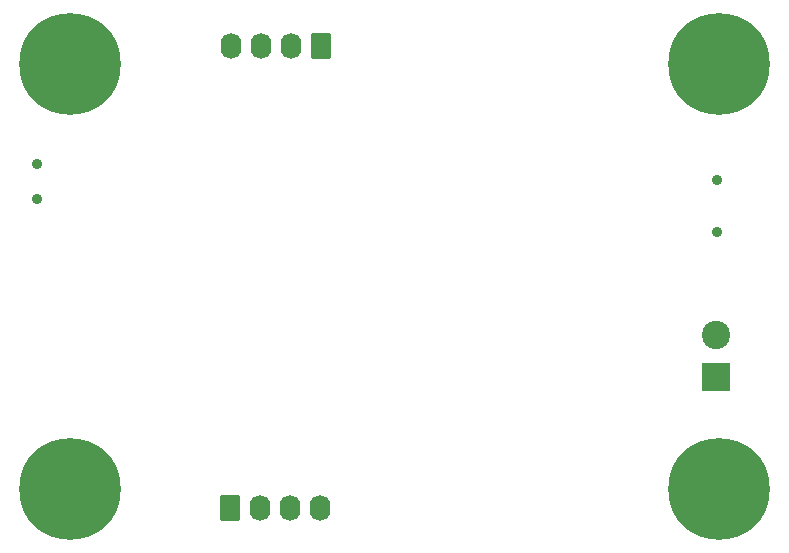
<source format=gbr>
%TF.GenerationSoftware,KiCad,Pcbnew,8.0.1*%
%TF.CreationDate,2024-04-03T13:36:13+02:00*%
%TF.ProjectId,stm32f405_v8,73746d33-3266-4343-9035-5f76382e6b69,rev?*%
%TF.SameCoordinates,Original*%
%TF.FileFunction,Soldermask,Bot*%
%TF.FilePolarity,Negative*%
%FSLAX46Y46*%
G04 Gerber Fmt 4.6, Leading zero omitted, Abs format (unit mm)*
G04 Created by KiCad (PCBNEW 8.0.1) date 2024-04-03 13:36:13*
%MOMM*%
%LPD*%
G01*
G04 APERTURE LIST*
G04 Aperture macros list*
%AMRoundRect*
0 Rectangle with rounded corners*
0 $1 Rounding radius*
0 $2 $3 $4 $5 $6 $7 $8 $9 X,Y pos of 4 corners*
0 Add a 4 corners polygon primitive as box body*
4,1,4,$2,$3,$4,$5,$6,$7,$8,$9,$2,$3,0*
0 Add four circle primitives for the rounded corners*
1,1,$1+$1,$2,$3*
1,1,$1+$1,$4,$5*
1,1,$1+$1,$6,$7*
1,1,$1+$1,$8,$9*
0 Add four rect primitives between the rounded corners*
20,1,$1+$1,$2,$3,$4,$5,0*
20,1,$1+$1,$4,$5,$6,$7,0*
20,1,$1+$1,$6,$7,$8,$9,0*
20,1,$1+$1,$8,$9,$2,$3,0*%
G04 Aperture macros list end*
%ADD10RoundRect,0.250000X-0.620000X-0.845000X0.620000X-0.845000X0.620000X0.845000X-0.620000X0.845000X0*%
%ADD11O,1.740000X2.190000*%
%ADD12RoundRect,0.250000X0.620000X0.845000X-0.620000X0.845000X-0.620000X-0.845000X0.620000X-0.845000X0*%
%ADD13C,0.900000*%
%ADD14C,8.600000*%
%ADD15R,2.400000X2.400000*%
%ADD16C,2.400000*%
G04 APERTURE END LIST*
D10*
%TO.C,J4*%
X93620000Y-117600000D03*
D11*
X96160000Y-117600000D03*
X98700000Y-117600000D03*
X101240000Y-117600000D03*
%TD*%
D12*
%TO.C,J3*%
X101310000Y-78480000D03*
D11*
X98770000Y-78480000D03*
X96230000Y-78480000D03*
X93690000Y-78480000D03*
%TD*%
D13*
%TO.C,H2*%
X131775000Y-116000000D03*
X132719581Y-113719581D03*
X132719581Y-118280419D03*
X135000000Y-112775000D03*
D14*
X135000000Y-116000000D03*
D13*
X135000000Y-119225000D03*
X137280419Y-113719581D03*
X137280419Y-118280419D03*
X138225000Y-116000000D03*
%TD*%
D15*
%TO.C,J1*%
X134725000Y-106500000D03*
D16*
X134725000Y-103000000D03*
%TD*%
D13*
%TO.C,H1*%
X131775000Y-80000000D03*
X132719581Y-77719581D03*
X132719581Y-82280419D03*
X135000000Y-76775000D03*
D14*
X135000000Y-80000000D03*
D13*
X135000000Y-83225000D03*
X137280419Y-77719581D03*
X137280419Y-82280419D03*
X138225000Y-80000000D03*
%TD*%
%TO.C,H4*%
X76775000Y-80000000D03*
X77719581Y-77719581D03*
X77719581Y-82280419D03*
X80000000Y-76775000D03*
D14*
X80000000Y-80000000D03*
D13*
X80000000Y-83225000D03*
X82280419Y-77719581D03*
X82280419Y-82280419D03*
X83225000Y-80000000D03*
%TD*%
%TO.C,J5*%
X134850000Y-94250000D03*
X134850000Y-89850000D03*
%TD*%
%TO.C,H3*%
X76775000Y-116000000D03*
X77719581Y-113719581D03*
X77719581Y-118280419D03*
X80000000Y-112775000D03*
D14*
X80000000Y-116000000D03*
D13*
X80000000Y-119225000D03*
X82280419Y-113719581D03*
X82280419Y-118280419D03*
X83225000Y-116000000D03*
%TD*%
%TO.C,SW1*%
X77270000Y-88475000D03*
X77270000Y-91475000D03*
%TD*%
M02*

</source>
